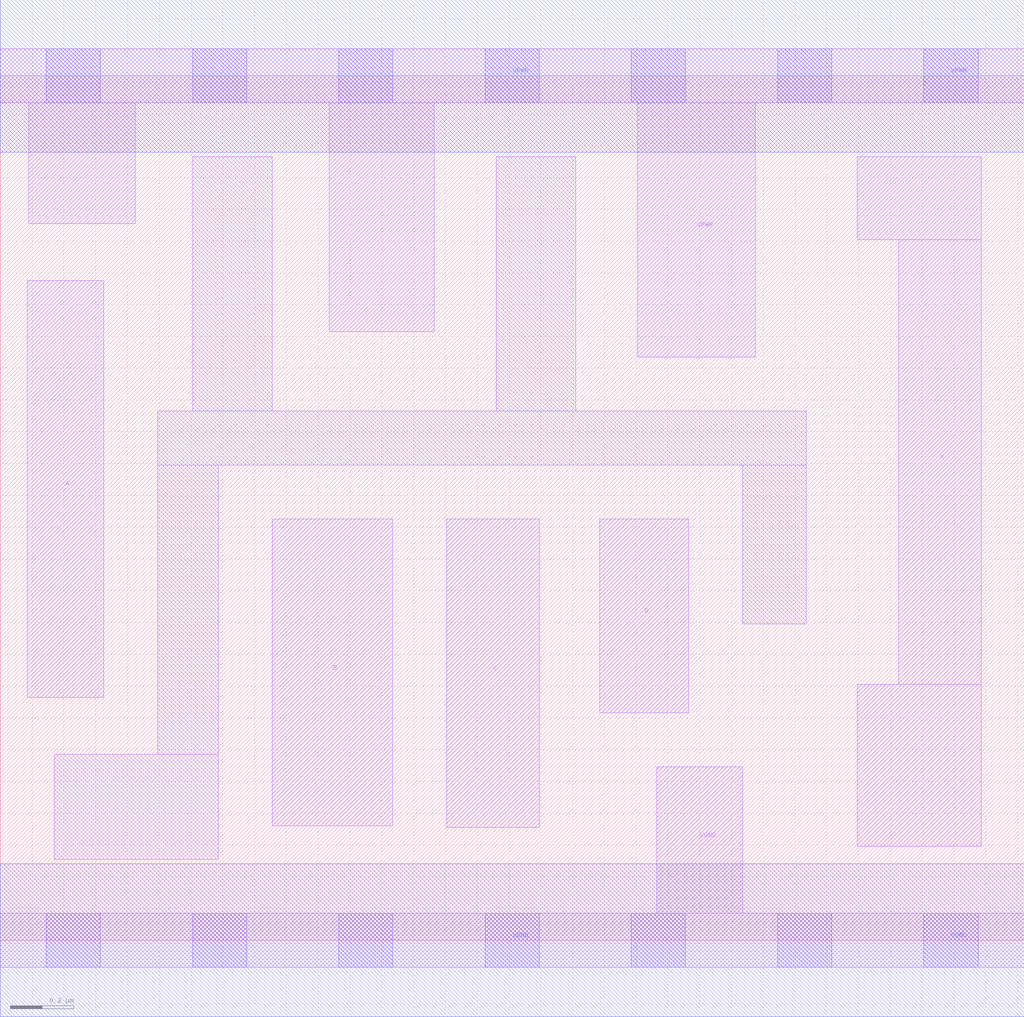
<source format=lef>
# Copyright 2020 The SkyWater PDK Authors
#
# Licensed under the Apache License, Version 2.0 (the "License");
# you may not use this file except in compliance with the License.
# You may obtain a copy of the License at
#
#     https://www.apache.org/licenses/LICENSE-2.0
#
# Unless required by applicable law or agreed to in writing, software
# distributed under the License is distributed on an "AS IS" BASIS,
# WITHOUT WARRANTIES OR CONDITIONS OF ANY KIND, either express or implied.
# See the License for the specific language governing permissions and
# limitations under the License.
#
# SPDX-License-Identifier: Apache-2.0

VERSION 5.7 ;
  NAMESCASESENSITIVE ON ;
  NOWIREEXTENSIONATPIN ON ;
  DIVIDERCHAR "/" ;
  BUSBITCHARS "[]" ;
UNITS
  DATABASE MICRONS 200 ;
END UNITS
PROPERTYDEFINITIONS
  MACRO maskLayoutSubType STRING ;
  MACRO prCellType STRING ;
  MACRO originalViewName STRING ;
END PROPERTYDEFINITIONS
MACRO sky130_fd_sc_hdll__and4_1
  CLASS CORE ;
  FOREIGN sky130_fd_sc_hdll__and4_1 ;
  ORIGIN  0.000000  0.000000 ;
  SIZE  3.220000 BY  2.720000 ;
  SYMMETRY X Y R90 ;
  SITE unithd ;
  PIN A
    ANTENNAGATEAREA  0.138600 ;
    DIRECTION INPUT ;
    USE SIGNAL ;
    PORT
      LAYER li1 ;
        RECT 0.085000 0.765000 0.325000 2.075000 ;
    END
  END A
  PIN B
    ANTENNAGATEAREA  0.138600 ;
    DIRECTION INPUT ;
    USE SIGNAL ;
    PORT
      LAYER li1 ;
        RECT 0.855000 0.360000 1.235000 1.325000 ;
    END
  END B
  PIN C
    ANTENNAGATEAREA  0.138600 ;
    DIRECTION INPUT ;
    USE SIGNAL ;
    PORT
      LAYER li1 ;
        RECT 1.405000 0.355000 1.695000 1.325000 ;
    END
  END C
  PIN D
    ANTENNAGATEAREA  0.138600 ;
    DIRECTION INPUT ;
    USE SIGNAL ;
    PORT
      LAYER li1 ;
        RECT 1.885000 0.715000 2.165000 1.325000 ;
    END
  END D
  PIN X
    ANTENNADIFFAREA  0.752500 ;
    DIRECTION OUTPUT ;
    USE SIGNAL ;
    PORT
      LAYER li1 ;
        RECT 2.695000 0.295000 3.085000 0.805000 ;
        RECT 2.695000 2.205000 3.085000 2.465000 ;
        RECT 2.825000 0.805000 3.085000 2.205000 ;
    END
  END X
  PIN VGND
    DIRECTION INOUT ;
    USE GROUND ;
    PORT
      LAYER li1 ;
        RECT 0.000000 -0.085000 3.220000 0.085000 ;
        RECT 2.065000  0.085000 2.335000 0.545000 ;
      LAYER mcon ;
        RECT 0.145000 -0.085000 0.315000 0.085000 ;
        RECT 0.605000 -0.085000 0.775000 0.085000 ;
        RECT 1.065000 -0.085000 1.235000 0.085000 ;
        RECT 1.525000 -0.085000 1.695000 0.085000 ;
        RECT 1.985000 -0.085000 2.155000 0.085000 ;
        RECT 2.445000 -0.085000 2.615000 0.085000 ;
        RECT 2.905000 -0.085000 3.075000 0.085000 ;
      LAYER met1 ;
        RECT 0.000000 -0.240000 3.220000 0.240000 ;
    END
  END VGND
  PIN VPWR
    DIRECTION INOUT ;
    USE POWER ;
    PORT
      LAYER li1 ;
        RECT 0.000000 2.635000 3.220000 2.805000 ;
        RECT 0.090000 2.255000 0.425000 2.635000 ;
        RECT 1.035000 1.915000 1.365000 2.635000 ;
        RECT 2.005000 1.835000 2.375000 2.635000 ;
      LAYER mcon ;
        RECT 0.145000 2.635000 0.315000 2.805000 ;
        RECT 0.605000 2.635000 0.775000 2.805000 ;
        RECT 1.065000 2.635000 1.235000 2.805000 ;
        RECT 1.525000 2.635000 1.695000 2.805000 ;
        RECT 1.985000 2.635000 2.155000 2.805000 ;
        RECT 2.445000 2.635000 2.615000 2.805000 ;
        RECT 2.905000 2.635000 3.075000 2.805000 ;
      LAYER met1 ;
        RECT 0.000000 2.480000 3.220000 2.960000 ;
    END
  END VPWR
  OBS
    LAYER li1 ;
      RECT 0.170000 0.255000 0.685000 0.585000 ;
      RECT 0.495000 0.585000 0.685000 1.495000 ;
      RECT 0.495000 1.495000 2.535000 1.665000 ;
      RECT 0.605000 1.665000 0.855000 2.465000 ;
      RECT 1.560000 1.665000 1.810000 2.465000 ;
      RECT 2.335000 0.995000 2.535000 1.495000 ;
  END
  PROPERTY maskLayoutSubType "abstract" ;
  PROPERTY prCellType "standard" ;
  PROPERTY originalViewName "layout" ;
END sky130_fd_sc_hdll__and4_1

</source>
